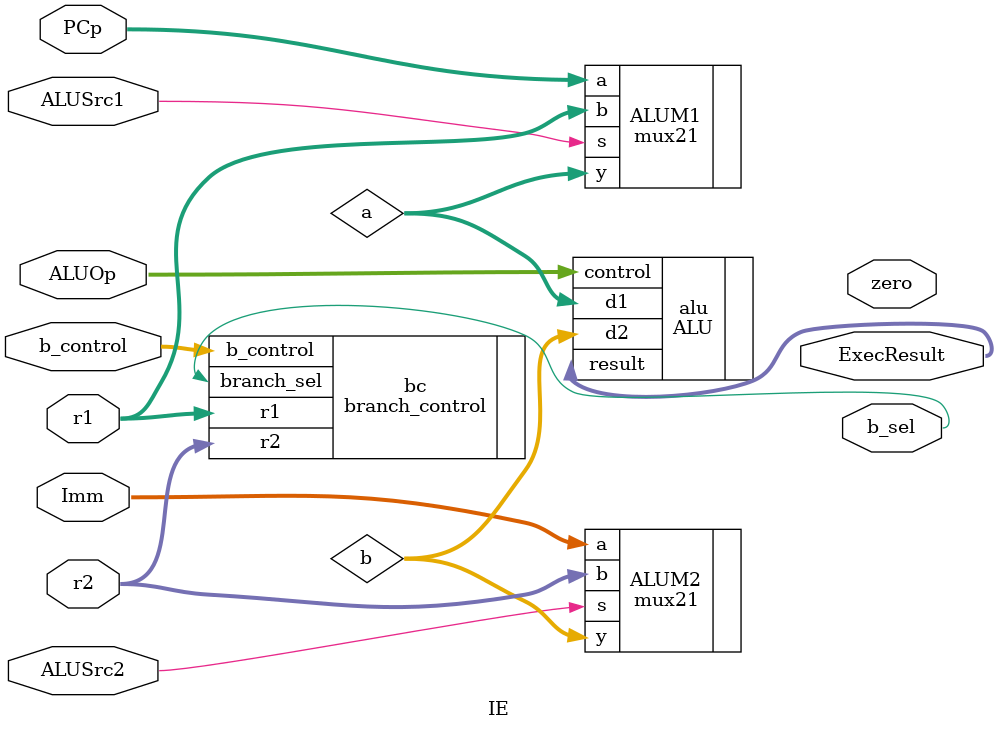
<source format=sv>
module IE(r1, r2, Imm, ALUOp, ALUSrc1, ALUSrc2, ExecResult, zero, PCp, b_sel, b_control);
	input logic [31:0] r1;
	input logic [31:0] r2;
	input logic [31:0] Imm;
	input logic [3:0] ALUOp;
	input logic ALUSrc1;
	input logic ALUSrc2;
	output logic [31:0] ExecResult;
	output logic [0:0] zero;
	input logic [31:0] PCp;
	input logic [2:0] b_control; //from control unit
	output logic b_sel; // to IF
	logic [31:0] a, b;

	mux21 ALUM1 (.a(PCp), .b(r1), .s(ALUSrc1), .y(a));
	mux21 ALUM2 (.a(Imm), .b(r2), .s(ALUSrc2), .y(b));
	ALU alu(.d1(a), .d2(b), .result(ExecResult), .control(ALUOp));
	branch_control bc (.b_control(b_control), .r1(r1), .r2(r2), .branch_sel(b_sel));
	
endmodule
</source>
